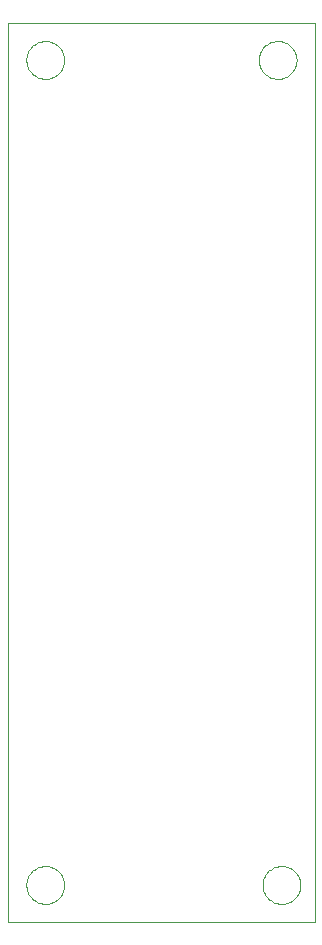
<source format=gm1>
G75*
G70*
%OFA0B0*%
%FSLAX24Y24*%
%IPPOS*%
%LPD*%
%AMOC8*
5,1,8,0,0,1.08239X$1,22.5*
%
%ADD10C,0.0000*%
D10*
X000100Y000660D02*
X000100Y030655D01*
X010342Y030655D01*
X010342Y000660D01*
X000100Y000660D01*
X000720Y001910D02*
X000722Y001960D01*
X000728Y002010D01*
X000738Y002059D01*
X000752Y002107D01*
X000769Y002154D01*
X000790Y002199D01*
X000815Y002243D01*
X000843Y002284D01*
X000875Y002323D01*
X000909Y002360D01*
X000946Y002394D01*
X000986Y002424D01*
X001028Y002451D01*
X001072Y002475D01*
X001118Y002496D01*
X001165Y002512D01*
X001213Y002525D01*
X001263Y002534D01*
X001312Y002539D01*
X001363Y002540D01*
X001413Y002537D01*
X001462Y002530D01*
X001511Y002519D01*
X001559Y002504D01*
X001605Y002486D01*
X001650Y002464D01*
X001693Y002438D01*
X001734Y002409D01*
X001773Y002377D01*
X001809Y002342D01*
X001841Y002304D01*
X001871Y002264D01*
X001898Y002221D01*
X001921Y002177D01*
X001940Y002131D01*
X001956Y002083D01*
X001968Y002034D01*
X001976Y001985D01*
X001980Y001935D01*
X001980Y001885D01*
X001976Y001835D01*
X001968Y001786D01*
X001956Y001737D01*
X001940Y001689D01*
X001921Y001643D01*
X001898Y001599D01*
X001871Y001556D01*
X001841Y001516D01*
X001809Y001478D01*
X001773Y001443D01*
X001734Y001411D01*
X001693Y001382D01*
X001650Y001356D01*
X001605Y001334D01*
X001559Y001316D01*
X001511Y001301D01*
X001462Y001290D01*
X001413Y001283D01*
X001363Y001280D01*
X001312Y001281D01*
X001263Y001286D01*
X001213Y001295D01*
X001165Y001308D01*
X001118Y001324D01*
X001072Y001345D01*
X001028Y001369D01*
X000986Y001396D01*
X000946Y001426D01*
X000909Y001460D01*
X000875Y001497D01*
X000843Y001536D01*
X000815Y001577D01*
X000790Y001621D01*
X000769Y001666D01*
X000752Y001713D01*
X000738Y001761D01*
X000728Y001810D01*
X000722Y001860D01*
X000720Y001910D01*
X008595Y001910D02*
X008597Y001960D01*
X008603Y002010D01*
X008613Y002059D01*
X008627Y002107D01*
X008644Y002154D01*
X008665Y002199D01*
X008690Y002243D01*
X008718Y002284D01*
X008750Y002323D01*
X008784Y002360D01*
X008821Y002394D01*
X008861Y002424D01*
X008903Y002451D01*
X008947Y002475D01*
X008993Y002496D01*
X009040Y002512D01*
X009088Y002525D01*
X009138Y002534D01*
X009187Y002539D01*
X009238Y002540D01*
X009288Y002537D01*
X009337Y002530D01*
X009386Y002519D01*
X009434Y002504D01*
X009480Y002486D01*
X009525Y002464D01*
X009568Y002438D01*
X009609Y002409D01*
X009648Y002377D01*
X009684Y002342D01*
X009716Y002304D01*
X009746Y002264D01*
X009773Y002221D01*
X009796Y002177D01*
X009815Y002131D01*
X009831Y002083D01*
X009843Y002034D01*
X009851Y001985D01*
X009855Y001935D01*
X009855Y001885D01*
X009851Y001835D01*
X009843Y001786D01*
X009831Y001737D01*
X009815Y001689D01*
X009796Y001643D01*
X009773Y001599D01*
X009746Y001556D01*
X009716Y001516D01*
X009684Y001478D01*
X009648Y001443D01*
X009609Y001411D01*
X009568Y001382D01*
X009525Y001356D01*
X009480Y001334D01*
X009434Y001316D01*
X009386Y001301D01*
X009337Y001290D01*
X009288Y001283D01*
X009238Y001280D01*
X009187Y001281D01*
X009138Y001286D01*
X009088Y001295D01*
X009040Y001308D01*
X008993Y001324D01*
X008947Y001345D01*
X008903Y001369D01*
X008861Y001396D01*
X008821Y001426D01*
X008784Y001460D01*
X008750Y001497D01*
X008718Y001536D01*
X008690Y001577D01*
X008665Y001621D01*
X008644Y001666D01*
X008627Y001713D01*
X008613Y001761D01*
X008603Y001810D01*
X008597Y001860D01*
X008595Y001910D01*
X008470Y029410D02*
X008472Y029460D01*
X008478Y029510D01*
X008488Y029559D01*
X008502Y029607D01*
X008519Y029654D01*
X008540Y029699D01*
X008565Y029743D01*
X008593Y029784D01*
X008625Y029823D01*
X008659Y029860D01*
X008696Y029894D01*
X008736Y029924D01*
X008778Y029951D01*
X008822Y029975D01*
X008868Y029996D01*
X008915Y030012D01*
X008963Y030025D01*
X009013Y030034D01*
X009062Y030039D01*
X009113Y030040D01*
X009163Y030037D01*
X009212Y030030D01*
X009261Y030019D01*
X009309Y030004D01*
X009355Y029986D01*
X009400Y029964D01*
X009443Y029938D01*
X009484Y029909D01*
X009523Y029877D01*
X009559Y029842D01*
X009591Y029804D01*
X009621Y029764D01*
X009648Y029721D01*
X009671Y029677D01*
X009690Y029631D01*
X009706Y029583D01*
X009718Y029534D01*
X009726Y029485D01*
X009730Y029435D01*
X009730Y029385D01*
X009726Y029335D01*
X009718Y029286D01*
X009706Y029237D01*
X009690Y029189D01*
X009671Y029143D01*
X009648Y029099D01*
X009621Y029056D01*
X009591Y029016D01*
X009559Y028978D01*
X009523Y028943D01*
X009484Y028911D01*
X009443Y028882D01*
X009400Y028856D01*
X009355Y028834D01*
X009309Y028816D01*
X009261Y028801D01*
X009212Y028790D01*
X009163Y028783D01*
X009113Y028780D01*
X009062Y028781D01*
X009013Y028786D01*
X008963Y028795D01*
X008915Y028808D01*
X008868Y028824D01*
X008822Y028845D01*
X008778Y028869D01*
X008736Y028896D01*
X008696Y028926D01*
X008659Y028960D01*
X008625Y028997D01*
X008593Y029036D01*
X008565Y029077D01*
X008540Y029121D01*
X008519Y029166D01*
X008502Y029213D01*
X008488Y029261D01*
X008478Y029310D01*
X008472Y029360D01*
X008470Y029410D01*
X000720Y029410D02*
X000722Y029460D01*
X000728Y029510D01*
X000738Y029559D01*
X000752Y029607D01*
X000769Y029654D01*
X000790Y029699D01*
X000815Y029743D01*
X000843Y029784D01*
X000875Y029823D01*
X000909Y029860D01*
X000946Y029894D01*
X000986Y029924D01*
X001028Y029951D01*
X001072Y029975D01*
X001118Y029996D01*
X001165Y030012D01*
X001213Y030025D01*
X001263Y030034D01*
X001312Y030039D01*
X001363Y030040D01*
X001413Y030037D01*
X001462Y030030D01*
X001511Y030019D01*
X001559Y030004D01*
X001605Y029986D01*
X001650Y029964D01*
X001693Y029938D01*
X001734Y029909D01*
X001773Y029877D01*
X001809Y029842D01*
X001841Y029804D01*
X001871Y029764D01*
X001898Y029721D01*
X001921Y029677D01*
X001940Y029631D01*
X001956Y029583D01*
X001968Y029534D01*
X001976Y029485D01*
X001980Y029435D01*
X001980Y029385D01*
X001976Y029335D01*
X001968Y029286D01*
X001956Y029237D01*
X001940Y029189D01*
X001921Y029143D01*
X001898Y029099D01*
X001871Y029056D01*
X001841Y029016D01*
X001809Y028978D01*
X001773Y028943D01*
X001734Y028911D01*
X001693Y028882D01*
X001650Y028856D01*
X001605Y028834D01*
X001559Y028816D01*
X001511Y028801D01*
X001462Y028790D01*
X001413Y028783D01*
X001363Y028780D01*
X001312Y028781D01*
X001263Y028786D01*
X001213Y028795D01*
X001165Y028808D01*
X001118Y028824D01*
X001072Y028845D01*
X001028Y028869D01*
X000986Y028896D01*
X000946Y028926D01*
X000909Y028960D01*
X000875Y028997D01*
X000843Y029036D01*
X000815Y029077D01*
X000790Y029121D01*
X000769Y029166D01*
X000752Y029213D01*
X000738Y029261D01*
X000728Y029310D01*
X000722Y029360D01*
X000720Y029410D01*
M02*

</source>
